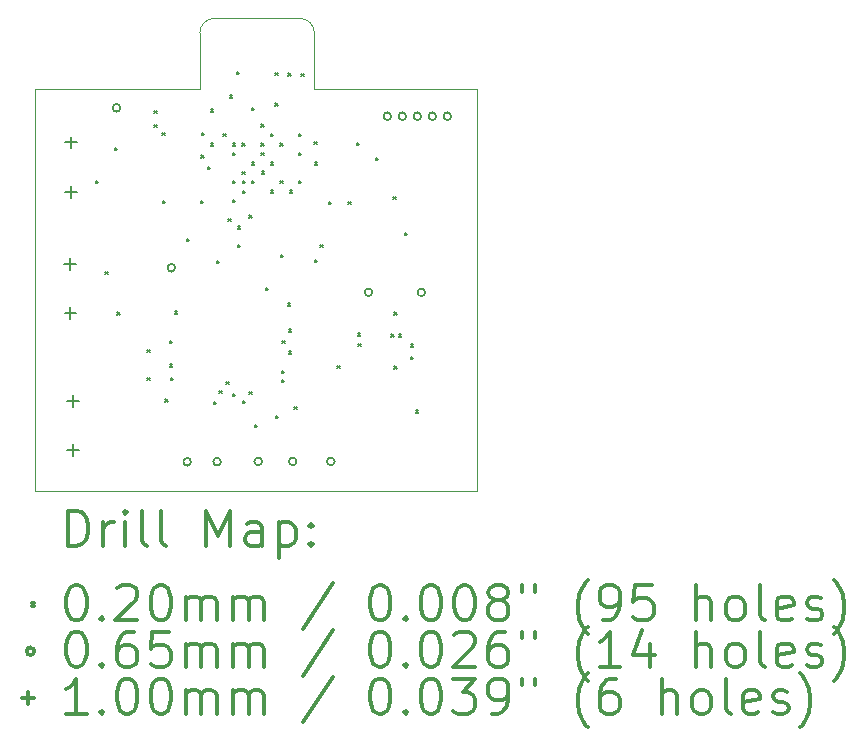
<source format=gbr>
%FSLAX45Y45*%
G04 Gerber Fmt 4.5, Leading zero omitted, Abs format (unit mm)*
G04 Created by KiCad (PCBNEW (5.1.0)-1) date 2019-08-27 14:04:16*
%MOMM*%
%LPD*%
G04 APERTURE LIST*
%ADD10C,0.050000*%
%ADD11C,0.200000*%
%ADD12C,0.300000*%
G04 APERTURE END LIST*
D10*
X12245000Y-4700000D02*
G75*
G02X12370000Y-4825000I0J-125000D01*
G01*
X11400000Y-4825000D02*
G75*
G02X11525000Y-4700000I125000J0D01*
G01*
X10000000Y-5300000D02*
X11400000Y-5300000D01*
X10000000Y-8700000D02*
X10000000Y-5300000D01*
X13750000Y-8700000D02*
X10000000Y-8700000D01*
X13750000Y-5300000D02*
X13750000Y-8700000D01*
X12370000Y-5300000D02*
X13750000Y-5300000D01*
X12370000Y-4825000D02*
X12370000Y-5300000D01*
X11525000Y-4700000D02*
X12245000Y-4700000D01*
X11400000Y-5300000D02*
X11400000Y-4825000D01*
D11*
X10517030Y-6075840D02*
X10537030Y-6095840D01*
X10537030Y-6075840D02*
X10517030Y-6095840D01*
X10599580Y-6849270D02*
X10619580Y-6869270D01*
X10619580Y-6849270D02*
X10599580Y-6869270D01*
X10680860Y-5798980D02*
X10700860Y-5818980D01*
X10700860Y-5798980D02*
X10680860Y-5818980D01*
X10701180Y-7189630D02*
X10721180Y-7209630D01*
X10721180Y-7189630D02*
X10701180Y-7209630D01*
X10953910Y-7745890D02*
X10973910Y-7765890D01*
X10973910Y-7745890D02*
X10953910Y-7765890D01*
X10956450Y-7508400D02*
X10976450Y-7528400D01*
X10976450Y-7508400D02*
X10956450Y-7528400D01*
X11013000Y-5485000D02*
X11033000Y-5505000D01*
X11033000Y-5485000D02*
X11013000Y-5505000D01*
X11013000Y-5600000D02*
X11033000Y-5620000D01*
X11033000Y-5600000D02*
X11013000Y-5620000D01*
X11080910Y-5672234D02*
X11100910Y-5692234D01*
X11100910Y-5672234D02*
X11080910Y-5692234D01*
X11087006Y-6246528D02*
X11107006Y-6266528D01*
X11107006Y-6246528D02*
X11087006Y-6266528D01*
X11107580Y-7927500D02*
X11127580Y-7947500D01*
X11127580Y-7927500D02*
X11107580Y-7947500D01*
X11146950Y-7429660D02*
X11166950Y-7449660D01*
X11166950Y-7429660D02*
X11146950Y-7449660D01*
X11148220Y-7630320D02*
X11168220Y-7650320D01*
X11168220Y-7630320D02*
X11148220Y-7650320D01*
X11152030Y-7745890D02*
X11172030Y-7765890D01*
X11172030Y-7745890D02*
X11152030Y-7765890D01*
X11188860Y-7182010D02*
X11208860Y-7202010D01*
X11208860Y-7182010D02*
X11188860Y-7202010D01*
X11292000Y-6566000D02*
X11312000Y-6586000D01*
X11312000Y-6566000D02*
X11292000Y-6586000D01*
X11410602Y-6246782D02*
X11430602Y-6266782D01*
X11430602Y-6246782D02*
X11410602Y-6266782D01*
X11412000Y-5861000D02*
X11432000Y-5881000D01*
X11432000Y-5861000D02*
X11412000Y-5881000D01*
X11413904Y-5672234D02*
X11433904Y-5692234D01*
X11433904Y-5672234D02*
X11413904Y-5692234D01*
X11465000Y-5958000D02*
X11485000Y-5978000D01*
X11485000Y-5958000D02*
X11465000Y-5978000D01*
X11490612Y-5472336D02*
X11510612Y-5492336D01*
X11510612Y-5472336D02*
X11490612Y-5492336D01*
X11492644Y-5759102D02*
X11512644Y-5779102D01*
X11512644Y-5759102D02*
X11492644Y-5779102D01*
X11517790Y-7946550D02*
X11537790Y-7966550D01*
X11537790Y-7946550D02*
X11517790Y-7966550D01*
X11542000Y-6754000D02*
X11562000Y-6774000D01*
X11562000Y-6754000D02*
X11542000Y-6774000D01*
X11563510Y-7852570D02*
X11583510Y-7872570D01*
X11583510Y-7852570D02*
X11563510Y-7872570D01*
X11600000Y-5678000D02*
X11620000Y-5698000D01*
X11620000Y-5678000D02*
X11600000Y-5698000D01*
X11624000Y-7779000D02*
X11644000Y-7799000D01*
X11644000Y-7779000D02*
X11624000Y-7799000D01*
X11639710Y-6395880D02*
X11659710Y-6415880D01*
X11659710Y-6395880D02*
X11639710Y-6415880D01*
X11651140Y-5353210D02*
X11671140Y-5373210D01*
X11671140Y-5353210D02*
X11651140Y-5373210D01*
X11680000Y-5838000D02*
X11700000Y-5858000D01*
X11700000Y-5838000D02*
X11680000Y-5858000D01*
X11680000Y-6237000D02*
X11700000Y-6257000D01*
X11700000Y-6237000D02*
X11680000Y-6257000D01*
X11680000Y-7878000D02*
X11700000Y-7898000D01*
X11700000Y-7878000D02*
X11680000Y-7898000D01*
X11680350Y-5758340D02*
X11700350Y-5778340D01*
X11700350Y-5758340D02*
X11680350Y-5778340D01*
X11680350Y-6078380D02*
X11700350Y-6098380D01*
X11700350Y-6078380D02*
X11680350Y-6098380D01*
X11710576Y-5153566D02*
X11730576Y-5173566D01*
X11730576Y-5153566D02*
X11710576Y-5173566D01*
X11721000Y-6462000D02*
X11741000Y-6482000D01*
X11741000Y-6462000D02*
X11721000Y-6482000D01*
X11721990Y-6616860D02*
X11741990Y-6636860D01*
X11741990Y-6616860D02*
X11721990Y-6636860D01*
X11760000Y-5998000D02*
X11780000Y-6018000D01*
X11780000Y-5998000D02*
X11760000Y-6018000D01*
X11760360Y-5758340D02*
X11780360Y-5778340D01*
X11780360Y-5758340D02*
X11760360Y-5778340D01*
X11761000Y-6078000D02*
X11781000Y-6098000D01*
X11781000Y-6078000D02*
X11761000Y-6098000D01*
X11761000Y-6159000D02*
X11781000Y-6179000D01*
X11781000Y-6159000D02*
X11761000Y-6179000D01*
X11761000Y-7939000D02*
X11781000Y-7959000D01*
X11781000Y-7939000D02*
X11761000Y-7959000D01*
X11818460Y-7865560D02*
X11838460Y-7885560D01*
X11838460Y-7865560D02*
X11818460Y-7885560D01*
X11819000Y-6368000D02*
X11839000Y-6388000D01*
X11839000Y-6368000D02*
X11819000Y-6388000D01*
X11839862Y-5919122D02*
X11859862Y-5939122D01*
X11859862Y-5919122D02*
X11839862Y-5939122D01*
X11840624Y-5457096D02*
X11860624Y-5477096D01*
X11860624Y-5457096D02*
X11840624Y-5477096D01*
X11840624Y-6078380D02*
X11860624Y-6098380D01*
X11860624Y-6078380D02*
X11840624Y-6098380D01*
X11864000Y-8141000D02*
X11884000Y-8161000D01*
X11884000Y-8141000D02*
X11864000Y-8161000D01*
X11920000Y-5838011D02*
X11940000Y-5858011D01*
X11940000Y-5838011D02*
X11920000Y-5858011D01*
X11921000Y-5599000D02*
X11941000Y-5619000D01*
X11941000Y-5599000D02*
X11921000Y-5619000D01*
X11921000Y-5758989D02*
X11941000Y-5778989D01*
X11941000Y-5758989D02*
X11921000Y-5778989D01*
X11921904Y-5996592D02*
X11941904Y-6016592D01*
X11941904Y-5996592D02*
X11921904Y-6016592D01*
X11958988Y-6984906D02*
X11978988Y-7004906D01*
X11978988Y-6984906D02*
X11958988Y-7004906D01*
X11999882Y-6158136D02*
X12019882Y-6178136D01*
X12019882Y-6158136D02*
X11999882Y-6178136D01*
X12000385Y-5918365D02*
X12020385Y-5938365D01*
X12020385Y-5918365D02*
X12000385Y-5938365D01*
X12001000Y-5679000D02*
X12021000Y-5699000D01*
X12021000Y-5679000D02*
X12001000Y-5699000D01*
X12039760Y-5159408D02*
X12059760Y-5179408D01*
X12059760Y-5159408D02*
X12039760Y-5179408D01*
X12040000Y-5420000D02*
X12060000Y-5440000D01*
X12060000Y-5420000D02*
X12040000Y-5440000D01*
X12041000Y-8065000D02*
X12061000Y-8085000D01*
X12061000Y-8065000D02*
X12041000Y-8085000D01*
X12080380Y-6078360D02*
X12100380Y-6098360D01*
X12100380Y-6078360D02*
X12080380Y-6098360D01*
X12080400Y-5758340D02*
X12100400Y-5778340D01*
X12100400Y-5758340D02*
X12080400Y-5778340D01*
X12088020Y-6704490D02*
X12108020Y-6724490D01*
X12108020Y-6704490D02*
X12088020Y-6724490D01*
X12094370Y-7683660D02*
X12114370Y-7703660D01*
X12114370Y-7683660D02*
X12094370Y-7703660D01*
X12094370Y-7761130D02*
X12114370Y-7781130D01*
X12114370Y-7761130D02*
X12094370Y-7781130D01*
X12098180Y-7430930D02*
X12118180Y-7450930D01*
X12118180Y-7430930D02*
X12098180Y-7450930D01*
X12145730Y-7114990D02*
X12165730Y-7134990D01*
X12165730Y-7114990D02*
X12145730Y-7134990D01*
X12149234Y-5166520D02*
X12169234Y-5186520D01*
X12169234Y-5166520D02*
X12149234Y-5186520D01*
X12154060Y-7333140D02*
X12174060Y-7353140D01*
X12174060Y-7333140D02*
X12154060Y-7353140D01*
X12154060Y-7521100D02*
X12174060Y-7541100D01*
X12174060Y-7521100D02*
X12154060Y-7541100D01*
X12160156Y-6158136D02*
X12180156Y-6178136D01*
X12180156Y-6158136D02*
X12160156Y-6178136D01*
X12201050Y-7988460D02*
X12221050Y-8008460D01*
X12221050Y-7988460D02*
X12201050Y-8008460D01*
X12240000Y-5679000D02*
X12260000Y-5699000D01*
X12260000Y-5679000D02*
X12240000Y-5699000D01*
X12240166Y-6078888D02*
X12260166Y-6098888D01*
X12260166Y-6078888D02*
X12240166Y-6098888D01*
X12240420Y-5838350D02*
X12260420Y-5858350D01*
X12260420Y-5838350D02*
X12240420Y-5858350D01*
X12259978Y-5169822D02*
X12279978Y-5189822D01*
X12279978Y-5169822D02*
X12259978Y-5189822D01*
X12368000Y-5745000D02*
X12388000Y-5765000D01*
X12388000Y-5745000D02*
X12368000Y-5765000D01*
X12374000Y-5919000D02*
X12394000Y-5939000D01*
X12394000Y-5919000D02*
X12374000Y-5939000D01*
X12374000Y-6747000D02*
X12394000Y-6767000D01*
X12394000Y-6747000D02*
X12374000Y-6767000D01*
X12420760Y-6616860D02*
X12440760Y-6636860D01*
X12440760Y-6616860D02*
X12420760Y-6636860D01*
X12493658Y-6256180D02*
X12513658Y-6276180D01*
X12513658Y-6256180D02*
X12493658Y-6276180D01*
X12564524Y-7642766D02*
X12584524Y-7662766D01*
X12584524Y-7642766D02*
X12564524Y-7662766D01*
X12658250Y-6253894D02*
X12678250Y-6273894D01*
X12678250Y-6253894D02*
X12658250Y-6273894D01*
X12726830Y-5755800D02*
X12746830Y-5775800D01*
X12746830Y-5755800D02*
X12726830Y-5775800D01*
X12739276Y-7368446D02*
X12759276Y-7388446D01*
X12759276Y-7368446D02*
X12739276Y-7388446D01*
X12740292Y-7457600D02*
X12760292Y-7477600D01*
X12760292Y-7457600D02*
X12740292Y-7477600D01*
X12889136Y-5883054D02*
X12909136Y-5903054D01*
X12909136Y-5883054D02*
X12889136Y-5903054D01*
X13021724Y-7375558D02*
X13041724Y-7395558D01*
X13041724Y-7375558D02*
X13021724Y-7395558D01*
X13037980Y-6211730D02*
X13057980Y-6231730D01*
X13057980Y-6211730D02*
X13037980Y-6231730D01*
X13045854Y-7190646D02*
X13065854Y-7210646D01*
X13065854Y-7190646D02*
X13045854Y-7210646D01*
X13046108Y-7646068D02*
X13066108Y-7666068D01*
X13066108Y-7646068D02*
X13046108Y-7666068D01*
X13085986Y-7375558D02*
X13105986Y-7395558D01*
X13105986Y-7375558D02*
X13085986Y-7395558D01*
X13135770Y-6517546D02*
X13155770Y-6537546D01*
X13155770Y-6517546D02*
X13135770Y-6537546D01*
X13186620Y-7565246D02*
X13206620Y-7585246D01*
X13206620Y-7565246D02*
X13186620Y-7585246D01*
X13187718Y-7459246D02*
X13207718Y-7479246D01*
X13207718Y-7459246D02*
X13187718Y-7479246D01*
X13230512Y-8020718D02*
X13250512Y-8040718D01*
X13250512Y-8020718D02*
X13230512Y-8040718D01*
X13307810Y-7020560D02*
G75*
G03X13307810Y-7020560I-32500J0D01*
G01*
X12860770Y-7020560D02*
G75*
G03X12860770Y-7020560I-32500J0D01*
G01*
X11578070Y-8454390D02*
G75*
G03X11578070Y-8454390I-32500J0D01*
G01*
X11325340Y-8455660D02*
G75*
G03X11325340Y-8455660I-32500J0D01*
G01*
X11926558Y-8452104D02*
G75*
G03X11926558Y-8452104I-32500J0D01*
G01*
X11190720Y-6812280D02*
G75*
G03X11190720Y-6812280I-32500J0D01*
G01*
X10725900Y-5458460D02*
G75*
G03X10725900Y-5458460I-32500J0D01*
G01*
X12218150Y-8451850D02*
G75*
G03X12218150Y-8451850I-32500J0D01*
G01*
X12540730Y-8451850D02*
G75*
G03X12540730Y-8451850I-32500J0D01*
G01*
X13020028Y-5529834D02*
G75*
G03X13020028Y-5529834I-32500J0D01*
G01*
X13147028Y-5529834D02*
G75*
G03X13147028Y-5529834I-32500J0D01*
G01*
X13274028Y-5529834D02*
G75*
G03X13274028Y-5529834I-32500J0D01*
G01*
X13401028Y-5529834D02*
G75*
G03X13401028Y-5529834I-32500J0D01*
G01*
X13528028Y-5529834D02*
G75*
G03X13528028Y-5529834I-32500J0D01*
G01*
X10323830Y-7891310D02*
X10323830Y-7991310D01*
X10273830Y-7941310D02*
X10373830Y-7941310D01*
X10309310Y-5701390D02*
X10309310Y-5801390D01*
X10259310Y-5751390D02*
X10359310Y-5751390D01*
X10304310Y-7147390D02*
X10304310Y-7247390D01*
X10254310Y-7197390D02*
X10354310Y-7197390D01*
X10309310Y-6121390D02*
X10309310Y-6221390D01*
X10259310Y-6171390D02*
X10359310Y-6171390D01*
X10303510Y-6732390D02*
X10303510Y-6832390D01*
X10253510Y-6782390D02*
X10353510Y-6782390D01*
X10323830Y-8306310D02*
X10323830Y-8406310D01*
X10273830Y-8356310D02*
X10373830Y-8356310D01*
D12*
X10283928Y-9168214D02*
X10283928Y-8868214D01*
X10355357Y-8868214D01*
X10398214Y-8882500D01*
X10426786Y-8911072D01*
X10441071Y-8939643D01*
X10455357Y-8996786D01*
X10455357Y-9039643D01*
X10441071Y-9096786D01*
X10426786Y-9125357D01*
X10398214Y-9153929D01*
X10355357Y-9168214D01*
X10283928Y-9168214D01*
X10583928Y-9168214D02*
X10583928Y-8968214D01*
X10583928Y-9025357D02*
X10598214Y-8996786D01*
X10612500Y-8982500D01*
X10641071Y-8968214D01*
X10669643Y-8968214D01*
X10769643Y-9168214D02*
X10769643Y-8968214D01*
X10769643Y-8868214D02*
X10755357Y-8882500D01*
X10769643Y-8896786D01*
X10783928Y-8882500D01*
X10769643Y-8868214D01*
X10769643Y-8896786D01*
X10955357Y-9168214D02*
X10926786Y-9153929D01*
X10912500Y-9125357D01*
X10912500Y-8868214D01*
X11112500Y-9168214D02*
X11083928Y-9153929D01*
X11069643Y-9125357D01*
X11069643Y-8868214D01*
X11455357Y-9168214D02*
X11455357Y-8868214D01*
X11555357Y-9082500D01*
X11655357Y-8868214D01*
X11655357Y-9168214D01*
X11926786Y-9168214D02*
X11926786Y-9011072D01*
X11912500Y-8982500D01*
X11883928Y-8968214D01*
X11826786Y-8968214D01*
X11798214Y-8982500D01*
X11926786Y-9153929D02*
X11898214Y-9168214D01*
X11826786Y-9168214D01*
X11798214Y-9153929D01*
X11783928Y-9125357D01*
X11783928Y-9096786D01*
X11798214Y-9068214D01*
X11826786Y-9053929D01*
X11898214Y-9053929D01*
X11926786Y-9039643D01*
X12069643Y-8968214D02*
X12069643Y-9268214D01*
X12069643Y-8982500D02*
X12098214Y-8968214D01*
X12155357Y-8968214D01*
X12183928Y-8982500D01*
X12198214Y-8996786D01*
X12212500Y-9025357D01*
X12212500Y-9111072D01*
X12198214Y-9139643D01*
X12183928Y-9153929D01*
X12155357Y-9168214D01*
X12098214Y-9168214D01*
X12069643Y-9153929D01*
X12341071Y-9139643D02*
X12355357Y-9153929D01*
X12341071Y-9168214D01*
X12326786Y-9153929D01*
X12341071Y-9139643D01*
X12341071Y-9168214D01*
X12341071Y-8982500D02*
X12355357Y-8996786D01*
X12341071Y-9011072D01*
X12326786Y-8996786D01*
X12341071Y-8982500D01*
X12341071Y-9011072D01*
X9977500Y-9652500D02*
X9997500Y-9672500D01*
X9997500Y-9652500D02*
X9977500Y-9672500D01*
X10341071Y-9498214D02*
X10369643Y-9498214D01*
X10398214Y-9512500D01*
X10412500Y-9526786D01*
X10426786Y-9555357D01*
X10441071Y-9612500D01*
X10441071Y-9683929D01*
X10426786Y-9741072D01*
X10412500Y-9769643D01*
X10398214Y-9783929D01*
X10369643Y-9798214D01*
X10341071Y-9798214D01*
X10312500Y-9783929D01*
X10298214Y-9769643D01*
X10283928Y-9741072D01*
X10269643Y-9683929D01*
X10269643Y-9612500D01*
X10283928Y-9555357D01*
X10298214Y-9526786D01*
X10312500Y-9512500D01*
X10341071Y-9498214D01*
X10569643Y-9769643D02*
X10583928Y-9783929D01*
X10569643Y-9798214D01*
X10555357Y-9783929D01*
X10569643Y-9769643D01*
X10569643Y-9798214D01*
X10698214Y-9526786D02*
X10712500Y-9512500D01*
X10741071Y-9498214D01*
X10812500Y-9498214D01*
X10841071Y-9512500D01*
X10855357Y-9526786D01*
X10869643Y-9555357D01*
X10869643Y-9583929D01*
X10855357Y-9626786D01*
X10683928Y-9798214D01*
X10869643Y-9798214D01*
X11055357Y-9498214D02*
X11083928Y-9498214D01*
X11112500Y-9512500D01*
X11126786Y-9526786D01*
X11141071Y-9555357D01*
X11155357Y-9612500D01*
X11155357Y-9683929D01*
X11141071Y-9741072D01*
X11126786Y-9769643D01*
X11112500Y-9783929D01*
X11083928Y-9798214D01*
X11055357Y-9798214D01*
X11026786Y-9783929D01*
X11012500Y-9769643D01*
X10998214Y-9741072D01*
X10983928Y-9683929D01*
X10983928Y-9612500D01*
X10998214Y-9555357D01*
X11012500Y-9526786D01*
X11026786Y-9512500D01*
X11055357Y-9498214D01*
X11283928Y-9798214D02*
X11283928Y-9598214D01*
X11283928Y-9626786D02*
X11298214Y-9612500D01*
X11326786Y-9598214D01*
X11369643Y-9598214D01*
X11398214Y-9612500D01*
X11412500Y-9641072D01*
X11412500Y-9798214D01*
X11412500Y-9641072D02*
X11426786Y-9612500D01*
X11455357Y-9598214D01*
X11498214Y-9598214D01*
X11526786Y-9612500D01*
X11541071Y-9641072D01*
X11541071Y-9798214D01*
X11683928Y-9798214D02*
X11683928Y-9598214D01*
X11683928Y-9626786D02*
X11698214Y-9612500D01*
X11726786Y-9598214D01*
X11769643Y-9598214D01*
X11798214Y-9612500D01*
X11812500Y-9641072D01*
X11812500Y-9798214D01*
X11812500Y-9641072D02*
X11826786Y-9612500D01*
X11855357Y-9598214D01*
X11898214Y-9598214D01*
X11926786Y-9612500D01*
X11941071Y-9641072D01*
X11941071Y-9798214D01*
X12526786Y-9483929D02*
X12269643Y-9869643D01*
X12912500Y-9498214D02*
X12941071Y-9498214D01*
X12969643Y-9512500D01*
X12983928Y-9526786D01*
X12998214Y-9555357D01*
X13012500Y-9612500D01*
X13012500Y-9683929D01*
X12998214Y-9741072D01*
X12983928Y-9769643D01*
X12969643Y-9783929D01*
X12941071Y-9798214D01*
X12912500Y-9798214D01*
X12883928Y-9783929D01*
X12869643Y-9769643D01*
X12855357Y-9741072D01*
X12841071Y-9683929D01*
X12841071Y-9612500D01*
X12855357Y-9555357D01*
X12869643Y-9526786D01*
X12883928Y-9512500D01*
X12912500Y-9498214D01*
X13141071Y-9769643D02*
X13155357Y-9783929D01*
X13141071Y-9798214D01*
X13126786Y-9783929D01*
X13141071Y-9769643D01*
X13141071Y-9798214D01*
X13341071Y-9498214D02*
X13369643Y-9498214D01*
X13398214Y-9512500D01*
X13412500Y-9526786D01*
X13426786Y-9555357D01*
X13441071Y-9612500D01*
X13441071Y-9683929D01*
X13426786Y-9741072D01*
X13412500Y-9769643D01*
X13398214Y-9783929D01*
X13369643Y-9798214D01*
X13341071Y-9798214D01*
X13312500Y-9783929D01*
X13298214Y-9769643D01*
X13283928Y-9741072D01*
X13269643Y-9683929D01*
X13269643Y-9612500D01*
X13283928Y-9555357D01*
X13298214Y-9526786D01*
X13312500Y-9512500D01*
X13341071Y-9498214D01*
X13626786Y-9498214D02*
X13655357Y-9498214D01*
X13683928Y-9512500D01*
X13698214Y-9526786D01*
X13712500Y-9555357D01*
X13726786Y-9612500D01*
X13726786Y-9683929D01*
X13712500Y-9741072D01*
X13698214Y-9769643D01*
X13683928Y-9783929D01*
X13655357Y-9798214D01*
X13626786Y-9798214D01*
X13598214Y-9783929D01*
X13583928Y-9769643D01*
X13569643Y-9741072D01*
X13555357Y-9683929D01*
X13555357Y-9612500D01*
X13569643Y-9555357D01*
X13583928Y-9526786D01*
X13598214Y-9512500D01*
X13626786Y-9498214D01*
X13898214Y-9626786D02*
X13869643Y-9612500D01*
X13855357Y-9598214D01*
X13841071Y-9569643D01*
X13841071Y-9555357D01*
X13855357Y-9526786D01*
X13869643Y-9512500D01*
X13898214Y-9498214D01*
X13955357Y-9498214D01*
X13983928Y-9512500D01*
X13998214Y-9526786D01*
X14012500Y-9555357D01*
X14012500Y-9569643D01*
X13998214Y-9598214D01*
X13983928Y-9612500D01*
X13955357Y-9626786D01*
X13898214Y-9626786D01*
X13869643Y-9641072D01*
X13855357Y-9655357D01*
X13841071Y-9683929D01*
X13841071Y-9741072D01*
X13855357Y-9769643D01*
X13869643Y-9783929D01*
X13898214Y-9798214D01*
X13955357Y-9798214D01*
X13983928Y-9783929D01*
X13998214Y-9769643D01*
X14012500Y-9741072D01*
X14012500Y-9683929D01*
X13998214Y-9655357D01*
X13983928Y-9641072D01*
X13955357Y-9626786D01*
X14126786Y-9498214D02*
X14126786Y-9555357D01*
X14241071Y-9498214D02*
X14241071Y-9555357D01*
X14683928Y-9912500D02*
X14669643Y-9898214D01*
X14641071Y-9855357D01*
X14626786Y-9826786D01*
X14612500Y-9783929D01*
X14598214Y-9712500D01*
X14598214Y-9655357D01*
X14612500Y-9583929D01*
X14626786Y-9541072D01*
X14641071Y-9512500D01*
X14669643Y-9469643D01*
X14683928Y-9455357D01*
X14812500Y-9798214D02*
X14869643Y-9798214D01*
X14898214Y-9783929D01*
X14912500Y-9769643D01*
X14941071Y-9726786D01*
X14955357Y-9669643D01*
X14955357Y-9555357D01*
X14941071Y-9526786D01*
X14926786Y-9512500D01*
X14898214Y-9498214D01*
X14841071Y-9498214D01*
X14812500Y-9512500D01*
X14798214Y-9526786D01*
X14783928Y-9555357D01*
X14783928Y-9626786D01*
X14798214Y-9655357D01*
X14812500Y-9669643D01*
X14841071Y-9683929D01*
X14898214Y-9683929D01*
X14926786Y-9669643D01*
X14941071Y-9655357D01*
X14955357Y-9626786D01*
X15226786Y-9498214D02*
X15083928Y-9498214D01*
X15069643Y-9641072D01*
X15083928Y-9626786D01*
X15112500Y-9612500D01*
X15183928Y-9612500D01*
X15212500Y-9626786D01*
X15226786Y-9641072D01*
X15241071Y-9669643D01*
X15241071Y-9741072D01*
X15226786Y-9769643D01*
X15212500Y-9783929D01*
X15183928Y-9798214D01*
X15112500Y-9798214D01*
X15083928Y-9783929D01*
X15069643Y-9769643D01*
X15598214Y-9798214D02*
X15598214Y-9498214D01*
X15726786Y-9798214D02*
X15726786Y-9641072D01*
X15712500Y-9612500D01*
X15683928Y-9598214D01*
X15641071Y-9598214D01*
X15612500Y-9612500D01*
X15598214Y-9626786D01*
X15912500Y-9798214D02*
X15883928Y-9783929D01*
X15869643Y-9769643D01*
X15855357Y-9741072D01*
X15855357Y-9655357D01*
X15869643Y-9626786D01*
X15883928Y-9612500D01*
X15912500Y-9598214D01*
X15955357Y-9598214D01*
X15983928Y-9612500D01*
X15998214Y-9626786D01*
X16012500Y-9655357D01*
X16012500Y-9741072D01*
X15998214Y-9769643D01*
X15983928Y-9783929D01*
X15955357Y-9798214D01*
X15912500Y-9798214D01*
X16183928Y-9798214D02*
X16155357Y-9783929D01*
X16141071Y-9755357D01*
X16141071Y-9498214D01*
X16412500Y-9783929D02*
X16383928Y-9798214D01*
X16326786Y-9798214D01*
X16298214Y-9783929D01*
X16283928Y-9755357D01*
X16283928Y-9641072D01*
X16298214Y-9612500D01*
X16326786Y-9598214D01*
X16383928Y-9598214D01*
X16412500Y-9612500D01*
X16426786Y-9641072D01*
X16426786Y-9669643D01*
X16283928Y-9698214D01*
X16541071Y-9783929D02*
X16569643Y-9798214D01*
X16626786Y-9798214D01*
X16655357Y-9783929D01*
X16669643Y-9755357D01*
X16669643Y-9741072D01*
X16655357Y-9712500D01*
X16626786Y-9698214D01*
X16583928Y-9698214D01*
X16555357Y-9683929D01*
X16541071Y-9655357D01*
X16541071Y-9641072D01*
X16555357Y-9612500D01*
X16583928Y-9598214D01*
X16626786Y-9598214D01*
X16655357Y-9612500D01*
X16769643Y-9912500D02*
X16783928Y-9898214D01*
X16812500Y-9855357D01*
X16826786Y-9826786D01*
X16841071Y-9783929D01*
X16855357Y-9712500D01*
X16855357Y-9655357D01*
X16841071Y-9583929D01*
X16826786Y-9541072D01*
X16812500Y-9512500D01*
X16783928Y-9469643D01*
X16769643Y-9455357D01*
X9997500Y-10058500D02*
G75*
G03X9997500Y-10058500I-32500J0D01*
G01*
X10341071Y-9894214D02*
X10369643Y-9894214D01*
X10398214Y-9908500D01*
X10412500Y-9922786D01*
X10426786Y-9951357D01*
X10441071Y-10008500D01*
X10441071Y-10079929D01*
X10426786Y-10137072D01*
X10412500Y-10165643D01*
X10398214Y-10179929D01*
X10369643Y-10194214D01*
X10341071Y-10194214D01*
X10312500Y-10179929D01*
X10298214Y-10165643D01*
X10283928Y-10137072D01*
X10269643Y-10079929D01*
X10269643Y-10008500D01*
X10283928Y-9951357D01*
X10298214Y-9922786D01*
X10312500Y-9908500D01*
X10341071Y-9894214D01*
X10569643Y-10165643D02*
X10583928Y-10179929D01*
X10569643Y-10194214D01*
X10555357Y-10179929D01*
X10569643Y-10165643D01*
X10569643Y-10194214D01*
X10841071Y-9894214D02*
X10783928Y-9894214D01*
X10755357Y-9908500D01*
X10741071Y-9922786D01*
X10712500Y-9965643D01*
X10698214Y-10022786D01*
X10698214Y-10137072D01*
X10712500Y-10165643D01*
X10726786Y-10179929D01*
X10755357Y-10194214D01*
X10812500Y-10194214D01*
X10841071Y-10179929D01*
X10855357Y-10165643D01*
X10869643Y-10137072D01*
X10869643Y-10065643D01*
X10855357Y-10037072D01*
X10841071Y-10022786D01*
X10812500Y-10008500D01*
X10755357Y-10008500D01*
X10726786Y-10022786D01*
X10712500Y-10037072D01*
X10698214Y-10065643D01*
X11141071Y-9894214D02*
X10998214Y-9894214D01*
X10983928Y-10037072D01*
X10998214Y-10022786D01*
X11026786Y-10008500D01*
X11098214Y-10008500D01*
X11126786Y-10022786D01*
X11141071Y-10037072D01*
X11155357Y-10065643D01*
X11155357Y-10137072D01*
X11141071Y-10165643D01*
X11126786Y-10179929D01*
X11098214Y-10194214D01*
X11026786Y-10194214D01*
X10998214Y-10179929D01*
X10983928Y-10165643D01*
X11283928Y-10194214D02*
X11283928Y-9994214D01*
X11283928Y-10022786D02*
X11298214Y-10008500D01*
X11326786Y-9994214D01*
X11369643Y-9994214D01*
X11398214Y-10008500D01*
X11412500Y-10037072D01*
X11412500Y-10194214D01*
X11412500Y-10037072D02*
X11426786Y-10008500D01*
X11455357Y-9994214D01*
X11498214Y-9994214D01*
X11526786Y-10008500D01*
X11541071Y-10037072D01*
X11541071Y-10194214D01*
X11683928Y-10194214D02*
X11683928Y-9994214D01*
X11683928Y-10022786D02*
X11698214Y-10008500D01*
X11726786Y-9994214D01*
X11769643Y-9994214D01*
X11798214Y-10008500D01*
X11812500Y-10037072D01*
X11812500Y-10194214D01*
X11812500Y-10037072D02*
X11826786Y-10008500D01*
X11855357Y-9994214D01*
X11898214Y-9994214D01*
X11926786Y-10008500D01*
X11941071Y-10037072D01*
X11941071Y-10194214D01*
X12526786Y-9879929D02*
X12269643Y-10265643D01*
X12912500Y-9894214D02*
X12941071Y-9894214D01*
X12969643Y-9908500D01*
X12983928Y-9922786D01*
X12998214Y-9951357D01*
X13012500Y-10008500D01*
X13012500Y-10079929D01*
X12998214Y-10137072D01*
X12983928Y-10165643D01*
X12969643Y-10179929D01*
X12941071Y-10194214D01*
X12912500Y-10194214D01*
X12883928Y-10179929D01*
X12869643Y-10165643D01*
X12855357Y-10137072D01*
X12841071Y-10079929D01*
X12841071Y-10008500D01*
X12855357Y-9951357D01*
X12869643Y-9922786D01*
X12883928Y-9908500D01*
X12912500Y-9894214D01*
X13141071Y-10165643D02*
X13155357Y-10179929D01*
X13141071Y-10194214D01*
X13126786Y-10179929D01*
X13141071Y-10165643D01*
X13141071Y-10194214D01*
X13341071Y-9894214D02*
X13369643Y-9894214D01*
X13398214Y-9908500D01*
X13412500Y-9922786D01*
X13426786Y-9951357D01*
X13441071Y-10008500D01*
X13441071Y-10079929D01*
X13426786Y-10137072D01*
X13412500Y-10165643D01*
X13398214Y-10179929D01*
X13369643Y-10194214D01*
X13341071Y-10194214D01*
X13312500Y-10179929D01*
X13298214Y-10165643D01*
X13283928Y-10137072D01*
X13269643Y-10079929D01*
X13269643Y-10008500D01*
X13283928Y-9951357D01*
X13298214Y-9922786D01*
X13312500Y-9908500D01*
X13341071Y-9894214D01*
X13555357Y-9922786D02*
X13569643Y-9908500D01*
X13598214Y-9894214D01*
X13669643Y-9894214D01*
X13698214Y-9908500D01*
X13712500Y-9922786D01*
X13726786Y-9951357D01*
X13726786Y-9979929D01*
X13712500Y-10022786D01*
X13541071Y-10194214D01*
X13726786Y-10194214D01*
X13983928Y-9894214D02*
X13926786Y-9894214D01*
X13898214Y-9908500D01*
X13883928Y-9922786D01*
X13855357Y-9965643D01*
X13841071Y-10022786D01*
X13841071Y-10137072D01*
X13855357Y-10165643D01*
X13869643Y-10179929D01*
X13898214Y-10194214D01*
X13955357Y-10194214D01*
X13983928Y-10179929D01*
X13998214Y-10165643D01*
X14012500Y-10137072D01*
X14012500Y-10065643D01*
X13998214Y-10037072D01*
X13983928Y-10022786D01*
X13955357Y-10008500D01*
X13898214Y-10008500D01*
X13869643Y-10022786D01*
X13855357Y-10037072D01*
X13841071Y-10065643D01*
X14126786Y-9894214D02*
X14126786Y-9951357D01*
X14241071Y-9894214D02*
X14241071Y-9951357D01*
X14683928Y-10308500D02*
X14669643Y-10294214D01*
X14641071Y-10251357D01*
X14626786Y-10222786D01*
X14612500Y-10179929D01*
X14598214Y-10108500D01*
X14598214Y-10051357D01*
X14612500Y-9979929D01*
X14626786Y-9937072D01*
X14641071Y-9908500D01*
X14669643Y-9865643D01*
X14683928Y-9851357D01*
X14955357Y-10194214D02*
X14783928Y-10194214D01*
X14869643Y-10194214D02*
X14869643Y-9894214D01*
X14841071Y-9937072D01*
X14812500Y-9965643D01*
X14783928Y-9979929D01*
X15212500Y-9994214D02*
X15212500Y-10194214D01*
X15141071Y-9879929D02*
X15069643Y-10094214D01*
X15255357Y-10094214D01*
X15598214Y-10194214D02*
X15598214Y-9894214D01*
X15726786Y-10194214D02*
X15726786Y-10037072D01*
X15712500Y-10008500D01*
X15683928Y-9994214D01*
X15641071Y-9994214D01*
X15612500Y-10008500D01*
X15598214Y-10022786D01*
X15912500Y-10194214D02*
X15883928Y-10179929D01*
X15869643Y-10165643D01*
X15855357Y-10137072D01*
X15855357Y-10051357D01*
X15869643Y-10022786D01*
X15883928Y-10008500D01*
X15912500Y-9994214D01*
X15955357Y-9994214D01*
X15983928Y-10008500D01*
X15998214Y-10022786D01*
X16012500Y-10051357D01*
X16012500Y-10137072D01*
X15998214Y-10165643D01*
X15983928Y-10179929D01*
X15955357Y-10194214D01*
X15912500Y-10194214D01*
X16183928Y-10194214D02*
X16155357Y-10179929D01*
X16141071Y-10151357D01*
X16141071Y-9894214D01*
X16412500Y-10179929D02*
X16383928Y-10194214D01*
X16326786Y-10194214D01*
X16298214Y-10179929D01*
X16283928Y-10151357D01*
X16283928Y-10037072D01*
X16298214Y-10008500D01*
X16326786Y-9994214D01*
X16383928Y-9994214D01*
X16412500Y-10008500D01*
X16426786Y-10037072D01*
X16426786Y-10065643D01*
X16283928Y-10094214D01*
X16541071Y-10179929D02*
X16569643Y-10194214D01*
X16626786Y-10194214D01*
X16655357Y-10179929D01*
X16669643Y-10151357D01*
X16669643Y-10137072D01*
X16655357Y-10108500D01*
X16626786Y-10094214D01*
X16583928Y-10094214D01*
X16555357Y-10079929D01*
X16541071Y-10051357D01*
X16541071Y-10037072D01*
X16555357Y-10008500D01*
X16583928Y-9994214D01*
X16626786Y-9994214D01*
X16655357Y-10008500D01*
X16769643Y-10308500D02*
X16783928Y-10294214D01*
X16812500Y-10251357D01*
X16826786Y-10222786D01*
X16841071Y-10179929D01*
X16855357Y-10108500D01*
X16855357Y-10051357D01*
X16841071Y-9979929D01*
X16826786Y-9937072D01*
X16812500Y-9908500D01*
X16783928Y-9865643D01*
X16769643Y-9851357D01*
X9947500Y-10404500D02*
X9947500Y-10504500D01*
X9897500Y-10454500D02*
X9997500Y-10454500D01*
X10441071Y-10590214D02*
X10269643Y-10590214D01*
X10355357Y-10590214D02*
X10355357Y-10290214D01*
X10326786Y-10333072D01*
X10298214Y-10361643D01*
X10269643Y-10375929D01*
X10569643Y-10561643D02*
X10583928Y-10575929D01*
X10569643Y-10590214D01*
X10555357Y-10575929D01*
X10569643Y-10561643D01*
X10569643Y-10590214D01*
X10769643Y-10290214D02*
X10798214Y-10290214D01*
X10826786Y-10304500D01*
X10841071Y-10318786D01*
X10855357Y-10347357D01*
X10869643Y-10404500D01*
X10869643Y-10475929D01*
X10855357Y-10533072D01*
X10841071Y-10561643D01*
X10826786Y-10575929D01*
X10798214Y-10590214D01*
X10769643Y-10590214D01*
X10741071Y-10575929D01*
X10726786Y-10561643D01*
X10712500Y-10533072D01*
X10698214Y-10475929D01*
X10698214Y-10404500D01*
X10712500Y-10347357D01*
X10726786Y-10318786D01*
X10741071Y-10304500D01*
X10769643Y-10290214D01*
X11055357Y-10290214D02*
X11083928Y-10290214D01*
X11112500Y-10304500D01*
X11126786Y-10318786D01*
X11141071Y-10347357D01*
X11155357Y-10404500D01*
X11155357Y-10475929D01*
X11141071Y-10533072D01*
X11126786Y-10561643D01*
X11112500Y-10575929D01*
X11083928Y-10590214D01*
X11055357Y-10590214D01*
X11026786Y-10575929D01*
X11012500Y-10561643D01*
X10998214Y-10533072D01*
X10983928Y-10475929D01*
X10983928Y-10404500D01*
X10998214Y-10347357D01*
X11012500Y-10318786D01*
X11026786Y-10304500D01*
X11055357Y-10290214D01*
X11283928Y-10590214D02*
X11283928Y-10390214D01*
X11283928Y-10418786D02*
X11298214Y-10404500D01*
X11326786Y-10390214D01*
X11369643Y-10390214D01*
X11398214Y-10404500D01*
X11412500Y-10433072D01*
X11412500Y-10590214D01*
X11412500Y-10433072D02*
X11426786Y-10404500D01*
X11455357Y-10390214D01*
X11498214Y-10390214D01*
X11526786Y-10404500D01*
X11541071Y-10433072D01*
X11541071Y-10590214D01*
X11683928Y-10590214D02*
X11683928Y-10390214D01*
X11683928Y-10418786D02*
X11698214Y-10404500D01*
X11726786Y-10390214D01*
X11769643Y-10390214D01*
X11798214Y-10404500D01*
X11812500Y-10433072D01*
X11812500Y-10590214D01*
X11812500Y-10433072D02*
X11826786Y-10404500D01*
X11855357Y-10390214D01*
X11898214Y-10390214D01*
X11926786Y-10404500D01*
X11941071Y-10433072D01*
X11941071Y-10590214D01*
X12526786Y-10275929D02*
X12269643Y-10661643D01*
X12912500Y-10290214D02*
X12941071Y-10290214D01*
X12969643Y-10304500D01*
X12983928Y-10318786D01*
X12998214Y-10347357D01*
X13012500Y-10404500D01*
X13012500Y-10475929D01*
X12998214Y-10533072D01*
X12983928Y-10561643D01*
X12969643Y-10575929D01*
X12941071Y-10590214D01*
X12912500Y-10590214D01*
X12883928Y-10575929D01*
X12869643Y-10561643D01*
X12855357Y-10533072D01*
X12841071Y-10475929D01*
X12841071Y-10404500D01*
X12855357Y-10347357D01*
X12869643Y-10318786D01*
X12883928Y-10304500D01*
X12912500Y-10290214D01*
X13141071Y-10561643D02*
X13155357Y-10575929D01*
X13141071Y-10590214D01*
X13126786Y-10575929D01*
X13141071Y-10561643D01*
X13141071Y-10590214D01*
X13341071Y-10290214D02*
X13369643Y-10290214D01*
X13398214Y-10304500D01*
X13412500Y-10318786D01*
X13426786Y-10347357D01*
X13441071Y-10404500D01*
X13441071Y-10475929D01*
X13426786Y-10533072D01*
X13412500Y-10561643D01*
X13398214Y-10575929D01*
X13369643Y-10590214D01*
X13341071Y-10590214D01*
X13312500Y-10575929D01*
X13298214Y-10561643D01*
X13283928Y-10533072D01*
X13269643Y-10475929D01*
X13269643Y-10404500D01*
X13283928Y-10347357D01*
X13298214Y-10318786D01*
X13312500Y-10304500D01*
X13341071Y-10290214D01*
X13541071Y-10290214D02*
X13726786Y-10290214D01*
X13626786Y-10404500D01*
X13669643Y-10404500D01*
X13698214Y-10418786D01*
X13712500Y-10433072D01*
X13726786Y-10461643D01*
X13726786Y-10533072D01*
X13712500Y-10561643D01*
X13698214Y-10575929D01*
X13669643Y-10590214D01*
X13583928Y-10590214D01*
X13555357Y-10575929D01*
X13541071Y-10561643D01*
X13869643Y-10590214D02*
X13926786Y-10590214D01*
X13955357Y-10575929D01*
X13969643Y-10561643D01*
X13998214Y-10518786D01*
X14012500Y-10461643D01*
X14012500Y-10347357D01*
X13998214Y-10318786D01*
X13983928Y-10304500D01*
X13955357Y-10290214D01*
X13898214Y-10290214D01*
X13869643Y-10304500D01*
X13855357Y-10318786D01*
X13841071Y-10347357D01*
X13841071Y-10418786D01*
X13855357Y-10447357D01*
X13869643Y-10461643D01*
X13898214Y-10475929D01*
X13955357Y-10475929D01*
X13983928Y-10461643D01*
X13998214Y-10447357D01*
X14012500Y-10418786D01*
X14126786Y-10290214D02*
X14126786Y-10347357D01*
X14241071Y-10290214D02*
X14241071Y-10347357D01*
X14683928Y-10704500D02*
X14669643Y-10690214D01*
X14641071Y-10647357D01*
X14626786Y-10618786D01*
X14612500Y-10575929D01*
X14598214Y-10504500D01*
X14598214Y-10447357D01*
X14612500Y-10375929D01*
X14626786Y-10333072D01*
X14641071Y-10304500D01*
X14669643Y-10261643D01*
X14683928Y-10247357D01*
X14926786Y-10290214D02*
X14869643Y-10290214D01*
X14841071Y-10304500D01*
X14826786Y-10318786D01*
X14798214Y-10361643D01*
X14783928Y-10418786D01*
X14783928Y-10533072D01*
X14798214Y-10561643D01*
X14812500Y-10575929D01*
X14841071Y-10590214D01*
X14898214Y-10590214D01*
X14926786Y-10575929D01*
X14941071Y-10561643D01*
X14955357Y-10533072D01*
X14955357Y-10461643D01*
X14941071Y-10433072D01*
X14926786Y-10418786D01*
X14898214Y-10404500D01*
X14841071Y-10404500D01*
X14812500Y-10418786D01*
X14798214Y-10433072D01*
X14783928Y-10461643D01*
X15312500Y-10590214D02*
X15312500Y-10290214D01*
X15441071Y-10590214D02*
X15441071Y-10433072D01*
X15426786Y-10404500D01*
X15398214Y-10390214D01*
X15355357Y-10390214D01*
X15326786Y-10404500D01*
X15312500Y-10418786D01*
X15626786Y-10590214D02*
X15598214Y-10575929D01*
X15583928Y-10561643D01*
X15569643Y-10533072D01*
X15569643Y-10447357D01*
X15583928Y-10418786D01*
X15598214Y-10404500D01*
X15626786Y-10390214D01*
X15669643Y-10390214D01*
X15698214Y-10404500D01*
X15712500Y-10418786D01*
X15726786Y-10447357D01*
X15726786Y-10533072D01*
X15712500Y-10561643D01*
X15698214Y-10575929D01*
X15669643Y-10590214D01*
X15626786Y-10590214D01*
X15898214Y-10590214D02*
X15869643Y-10575929D01*
X15855357Y-10547357D01*
X15855357Y-10290214D01*
X16126786Y-10575929D02*
X16098214Y-10590214D01*
X16041071Y-10590214D01*
X16012500Y-10575929D01*
X15998214Y-10547357D01*
X15998214Y-10433072D01*
X16012500Y-10404500D01*
X16041071Y-10390214D01*
X16098214Y-10390214D01*
X16126786Y-10404500D01*
X16141071Y-10433072D01*
X16141071Y-10461643D01*
X15998214Y-10490214D01*
X16255357Y-10575929D02*
X16283928Y-10590214D01*
X16341071Y-10590214D01*
X16369643Y-10575929D01*
X16383928Y-10547357D01*
X16383928Y-10533072D01*
X16369643Y-10504500D01*
X16341071Y-10490214D01*
X16298214Y-10490214D01*
X16269643Y-10475929D01*
X16255357Y-10447357D01*
X16255357Y-10433072D01*
X16269643Y-10404500D01*
X16298214Y-10390214D01*
X16341071Y-10390214D01*
X16369643Y-10404500D01*
X16483928Y-10704500D02*
X16498214Y-10690214D01*
X16526786Y-10647357D01*
X16541071Y-10618786D01*
X16555357Y-10575929D01*
X16569643Y-10504500D01*
X16569643Y-10447357D01*
X16555357Y-10375929D01*
X16541071Y-10333072D01*
X16526786Y-10304500D01*
X16498214Y-10261643D01*
X16483928Y-10247357D01*
M02*

</source>
